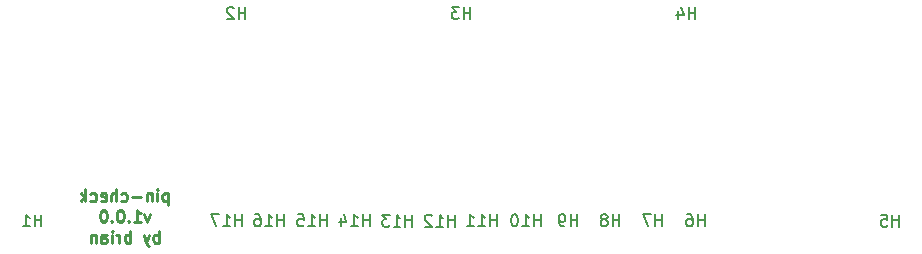
<source format=gbr>
%TF.GenerationSoftware,KiCad,Pcbnew,(5.1.6-0-10_14)*%
%TF.CreationDate,2020-07-26T16:45:55-04:00*%
%TF.ProjectId,pin-check,70696e2d-6368-4656-936b-2e6b69636164,v1.0.0*%
%TF.SameCoordinates,Original*%
%TF.FileFunction,Legend,Bot*%
%TF.FilePolarity,Positive*%
%FSLAX46Y46*%
G04 Gerber Fmt 4.6, Leading zero omitted, Abs format (unit mm)*
G04 Created by KiCad (PCBNEW (5.1.6-0-10_14)) date 2020-07-26 16:45:55*
%MOMM*%
%LPD*%
G01*
G04 APERTURE LIST*
%ADD10C,0.250000*%
%ADD11C,0.150000*%
G04 APERTURE END LIST*
D10*
X95816666Y-71559714D02*
X95816666Y-72559714D01*
X95816666Y-71607333D02*
X95721428Y-71559714D01*
X95530952Y-71559714D01*
X95435714Y-71607333D01*
X95388095Y-71654952D01*
X95340476Y-71750190D01*
X95340476Y-72035904D01*
X95388095Y-72131142D01*
X95435714Y-72178761D01*
X95530952Y-72226380D01*
X95721428Y-72226380D01*
X95816666Y-72178761D01*
X94911904Y-72226380D02*
X94911904Y-71559714D01*
X94911904Y-71226380D02*
X94959523Y-71274000D01*
X94911904Y-71321619D01*
X94864285Y-71274000D01*
X94911904Y-71226380D01*
X94911904Y-71321619D01*
X94435714Y-71559714D02*
X94435714Y-72226380D01*
X94435714Y-71654952D02*
X94388095Y-71607333D01*
X94292857Y-71559714D01*
X94150000Y-71559714D01*
X94054761Y-71607333D01*
X94007142Y-71702571D01*
X94007142Y-72226380D01*
X93530952Y-71845428D02*
X92769047Y-71845428D01*
X91864285Y-72178761D02*
X91959523Y-72226380D01*
X92150000Y-72226380D01*
X92245238Y-72178761D01*
X92292857Y-72131142D01*
X92340476Y-72035904D01*
X92340476Y-71750190D01*
X92292857Y-71654952D01*
X92245238Y-71607333D01*
X92150000Y-71559714D01*
X91959523Y-71559714D01*
X91864285Y-71607333D01*
X91435714Y-72226380D02*
X91435714Y-71226380D01*
X91007142Y-72226380D02*
X91007142Y-71702571D01*
X91054761Y-71607333D01*
X91150000Y-71559714D01*
X91292857Y-71559714D01*
X91388095Y-71607333D01*
X91435714Y-71654952D01*
X90150000Y-72178761D02*
X90245238Y-72226380D01*
X90435714Y-72226380D01*
X90530952Y-72178761D01*
X90578571Y-72083523D01*
X90578571Y-71702571D01*
X90530952Y-71607333D01*
X90435714Y-71559714D01*
X90245238Y-71559714D01*
X90150000Y-71607333D01*
X90102380Y-71702571D01*
X90102380Y-71797809D01*
X90578571Y-71893047D01*
X89245238Y-72178761D02*
X89340476Y-72226380D01*
X89530952Y-72226380D01*
X89626190Y-72178761D01*
X89673809Y-72131142D01*
X89721428Y-72035904D01*
X89721428Y-71750190D01*
X89673809Y-71654952D01*
X89626190Y-71607333D01*
X89530952Y-71559714D01*
X89340476Y-71559714D01*
X89245238Y-71607333D01*
X88816666Y-72226380D02*
X88816666Y-71226380D01*
X88721428Y-71845428D02*
X88435714Y-72226380D01*
X88435714Y-71559714D02*
X88816666Y-71940666D01*
X94292857Y-73309714D02*
X94054761Y-73976380D01*
X93816666Y-73309714D01*
X92911904Y-73976380D02*
X93483333Y-73976380D01*
X93197619Y-73976380D02*
X93197619Y-72976380D01*
X93292857Y-73119238D01*
X93388095Y-73214476D01*
X93483333Y-73262095D01*
X92483333Y-73881142D02*
X92435714Y-73928761D01*
X92483333Y-73976380D01*
X92530952Y-73928761D01*
X92483333Y-73881142D01*
X92483333Y-73976380D01*
X91816666Y-72976380D02*
X91721428Y-72976380D01*
X91626190Y-73024000D01*
X91578571Y-73071619D01*
X91530952Y-73166857D01*
X91483333Y-73357333D01*
X91483333Y-73595428D01*
X91530952Y-73785904D01*
X91578571Y-73881142D01*
X91626190Y-73928761D01*
X91721428Y-73976380D01*
X91816666Y-73976380D01*
X91911904Y-73928761D01*
X91959523Y-73881142D01*
X92007142Y-73785904D01*
X92054761Y-73595428D01*
X92054761Y-73357333D01*
X92007142Y-73166857D01*
X91959523Y-73071619D01*
X91911904Y-73024000D01*
X91816666Y-72976380D01*
X91054761Y-73881142D02*
X91007142Y-73928761D01*
X91054761Y-73976380D01*
X91102380Y-73928761D01*
X91054761Y-73881142D01*
X91054761Y-73976380D01*
X90388095Y-72976380D02*
X90292857Y-72976380D01*
X90197619Y-73024000D01*
X90150000Y-73071619D01*
X90102380Y-73166857D01*
X90054761Y-73357333D01*
X90054761Y-73595428D01*
X90102380Y-73785904D01*
X90150000Y-73881142D01*
X90197619Y-73928761D01*
X90292857Y-73976380D01*
X90388095Y-73976380D01*
X90483333Y-73928761D01*
X90530952Y-73881142D01*
X90578571Y-73785904D01*
X90626190Y-73595428D01*
X90626190Y-73357333D01*
X90578571Y-73166857D01*
X90530952Y-73071619D01*
X90483333Y-73024000D01*
X90388095Y-72976380D01*
X95030952Y-75726380D02*
X95030952Y-74726380D01*
X95030952Y-75107333D02*
X94935714Y-75059714D01*
X94745238Y-75059714D01*
X94650000Y-75107333D01*
X94602380Y-75154952D01*
X94554761Y-75250190D01*
X94554761Y-75535904D01*
X94602380Y-75631142D01*
X94650000Y-75678761D01*
X94745238Y-75726380D01*
X94935714Y-75726380D01*
X95030952Y-75678761D01*
X94221428Y-75059714D02*
X93983333Y-75726380D01*
X93745238Y-75059714D02*
X93983333Y-75726380D01*
X94078571Y-75964476D01*
X94126190Y-76012095D01*
X94221428Y-76059714D01*
X92602380Y-75726380D02*
X92602380Y-74726380D01*
X92602380Y-75107333D02*
X92507142Y-75059714D01*
X92316666Y-75059714D01*
X92221428Y-75107333D01*
X92173809Y-75154952D01*
X92126190Y-75250190D01*
X92126190Y-75535904D01*
X92173809Y-75631142D01*
X92221428Y-75678761D01*
X92316666Y-75726380D01*
X92507142Y-75726380D01*
X92602380Y-75678761D01*
X91697619Y-75726380D02*
X91697619Y-75059714D01*
X91697619Y-75250190D02*
X91650000Y-75154952D01*
X91602380Y-75107333D01*
X91507142Y-75059714D01*
X91411904Y-75059714D01*
X91078571Y-75726380D02*
X91078571Y-75059714D01*
X91078571Y-74726380D02*
X91126190Y-74774000D01*
X91078571Y-74821619D01*
X91030952Y-74774000D01*
X91078571Y-74726380D01*
X91078571Y-74821619D01*
X90173809Y-75726380D02*
X90173809Y-75202571D01*
X90221428Y-75107333D01*
X90316666Y-75059714D01*
X90507142Y-75059714D01*
X90602380Y-75107333D01*
X90173809Y-75678761D02*
X90269047Y-75726380D01*
X90507142Y-75726380D01*
X90602380Y-75678761D01*
X90650000Y-75583523D01*
X90650000Y-75488285D01*
X90602380Y-75393047D01*
X90507142Y-75345428D01*
X90269047Y-75345428D01*
X90173809Y-75297809D01*
X89697619Y-75059714D02*
X89697619Y-75726380D01*
X89697619Y-75154952D02*
X89650000Y-75107333D01*
X89554761Y-75059714D01*
X89411904Y-75059714D01*
X89316666Y-75107333D01*
X89269047Y-75202571D01*
X89269047Y-75726380D01*
%TO.C,H10*%
D11*
X127372695Y-74340980D02*
X127372695Y-73340980D01*
X127372695Y-73817171D02*
X126801266Y-73817171D01*
X126801266Y-74340980D02*
X126801266Y-73340980D01*
X125801266Y-74340980D02*
X126372695Y-74340980D01*
X126086980Y-74340980D02*
X126086980Y-73340980D01*
X126182219Y-73483838D01*
X126277457Y-73579076D01*
X126372695Y-73626695D01*
X125182219Y-73340980D02*
X125086980Y-73340980D01*
X124991742Y-73388600D01*
X124944123Y-73436219D01*
X124896504Y-73531457D01*
X124848885Y-73721933D01*
X124848885Y-73960028D01*
X124896504Y-74150504D01*
X124944123Y-74245742D01*
X124991742Y-74293361D01*
X125086980Y-74340980D01*
X125182219Y-74340980D01*
X125277457Y-74293361D01*
X125325076Y-74245742D01*
X125372695Y-74150504D01*
X125420314Y-73960028D01*
X125420314Y-73721933D01*
X125372695Y-73531457D01*
X125325076Y-73436219D01*
X125277457Y-73388600D01*
X125182219Y-73340980D01*
%TO.C,H9*%
X130459304Y-74340980D02*
X130459304Y-73340980D01*
X130459304Y-73817171D02*
X129887876Y-73817171D01*
X129887876Y-74340980D02*
X129887876Y-73340980D01*
X129364066Y-74340980D02*
X129173590Y-74340980D01*
X129078352Y-74293361D01*
X129030733Y-74245742D01*
X128935495Y-74102885D01*
X128887876Y-73912409D01*
X128887876Y-73531457D01*
X128935495Y-73436219D01*
X128983114Y-73388600D01*
X129078352Y-73340980D01*
X129268828Y-73340980D01*
X129364066Y-73388600D01*
X129411685Y-73436219D01*
X129459304Y-73531457D01*
X129459304Y-73769552D01*
X129411685Y-73864790D01*
X129364066Y-73912409D01*
X129268828Y-73960028D01*
X129078352Y-73960028D01*
X128983114Y-73912409D01*
X128935495Y-73864790D01*
X128887876Y-73769552D01*
%TO.C,H8*%
X134022104Y-74340980D02*
X134022104Y-73340980D01*
X134022104Y-73817171D02*
X133450676Y-73817171D01*
X133450676Y-74340980D02*
X133450676Y-73340980D01*
X132831628Y-73769552D02*
X132926866Y-73721933D01*
X132974485Y-73674314D01*
X133022104Y-73579076D01*
X133022104Y-73531457D01*
X132974485Y-73436219D01*
X132926866Y-73388600D01*
X132831628Y-73340980D01*
X132641152Y-73340980D01*
X132545914Y-73388600D01*
X132498295Y-73436219D01*
X132450676Y-73531457D01*
X132450676Y-73579076D01*
X132498295Y-73674314D01*
X132545914Y-73721933D01*
X132641152Y-73769552D01*
X132831628Y-73769552D01*
X132926866Y-73817171D01*
X132974485Y-73864790D01*
X133022104Y-73960028D01*
X133022104Y-74150504D01*
X132974485Y-74245742D01*
X132926866Y-74293361D01*
X132831628Y-74340980D01*
X132641152Y-74340980D01*
X132545914Y-74293361D01*
X132498295Y-74245742D01*
X132450676Y-74150504D01*
X132450676Y-73960028D01*
X132498295Y-73864790D01*
X132545914Y-73817171D01*
X132641152Y-73769552D01*
%TO.C,H7*%
X137642504Y-74340980D02*
X137642504Y-73340980D01*
X137642504Y-73817171D02*
X137071076Y-73817171D01*
X137071076Y-74340980D02*
X137071076Y-73340980D01*
X136690123Y-73340980D02*
X136023457Y-73340980D01*
X136452028Y-74340980D01*
%TO.C,H6*%
X141249304Y-74340980D02*
X141249304Y-73340980D01*
X141249304Y-73817171D02*
X140677876Y-73817171D01*
X140677876Y-74340980D02*
X140677876Y-73340980D01*
X139773114Y-73340980D02*
X139963590Y-73340980D01*
X140058828Y-73388600D01*
X140106447Y-73436219D01*
X140201685Y-73579076D01*
X140249304Y-73769552D01*
X140249304Y-74150504D01*
X140201685Y-74245742D01*
X140154066Y-74293361D01*
X140058828Y-74340980D01*
X139868352Y-74340980D01*
X139773114Y-74293361D01*
X139725495Y-74245742D01*
X139677876Y-74150504D01*
X139677876Y-73912409D01*
X139725495Y-73817171D01*
X139773114Y-73769552D01*
X139868352Y-73721933D01*
X140058828Y-73721933D01*
X140154066Y-73769552D01*
X140201685Y-73817171D01*
X140249304Y-73912409D01*
%TO.C,H11*%
X123647495Y-74340980D02*
X123647495Y-73340980D01*
X123647495Y-73817171D02*
X123076066Y-73817171D01*
X123076066Y-74340980D02*
X123076066Y-73340980D01*
X122076066Y-74340980D02*
X122647495Y-74340980D01*
X122361780Y-74340980D02*
X122361780Y-73340980D01*
X122457019Y-73483838D01*
X122552257Y-73579076D01*
X122647495Y-73626695D01*
X121123685Y-74340980D02*
X121695114Y-74340980D01*
X121409400Y-74340980D02*
X121409400Y-73340980D01*
X121504638Y-73483838D01*
X121599876Y-73579076D01*
X121695114Y-73626695D01*
%TO.C,H14*%
X112871095Y-74340980D02*
X112871095Y-73340980D01*
X112871095Y-73817171D02*
X112299666Y-73817171D01*
X112299666Y-74340980D02*
X112299666Y-73340980D01*
X111299666Y-74340980D02*
X111871095Y-74340980D01*
X111585380Y-74340980D02*
X111585380Y-73340980D01*
X111680619Y-73483838D01*
X111775857Y-73579076D01*
X111871095Y-73626695D01*
X110442523Y-73674314D02*
X110442523Y-74340980D01*
X110680619Y-73293361D02*
X110918714Y-74007647D01*
X110299666Y-74007647D01*
%TO.C,H15*%
X109264295Y-74340980D02*
X109264295Y-73340980D01*
X109264295Y-73817171D02*
X108692866Y-73817171D01*
X108692866Y-74340980D02*
X108692866Y-73340980D01*
X107692866Y-74340980D02*
X108264295Y-74340980D01*
X107978580Y-74340980D02*
X107978580Y-73340980D01*
X108073819Y-73483838D01*
X108169057Y-73579076D01*
X108264295Y-73626695D01*
X106788104Y-73340980D02*
X107264295Y-73340980D01*
X107311914Y-73817171D01*
X107264295Y-73769552D01*
X107169057Y-73721933D01*
X106930961Y-73721933D01*
X106835723Y-73769552D01*
X106788104Y-73817171D01*
X106740485Y-73912409D01*
X106740485Y-74150504D01*
X106788104Y-74245742D01*
X106835723Y-74293361D01*
X106930961Y-74340980D01*
X107169057Y-74340980D01*
X107264295Y-74293361D01*
X107311914Y-74245742D01*
%TO.C,H16*%
X105632095Y-74340980D02*
X105632095Y-73340980D01*
X105632095Y-73817171D02*
X105060666Y-73817171D01*
X105060666Y-74340980D02*
X105060666Y-73340980D01*
X104060666Y-74340980D02*
X104632095Y-74340980D01*
X104346380Y-74340980D02*
X104346380Y-73340980D01*
X104441619Y-73483838D01*
X104536857Y-73579076D01*
X104632095Y-73626695D01*
X103203523Y-73340980D02*
X103394000Y-73340980D01*
X103489238Y-73388600D01*
X103536857Y-73436219D01*
X103632095Y-73579076D01*
X103679714Y-73769552D01*
X103679714Y-74150504D01*
X103632095Y-74245742D01*
X103584476Y-74293361D01*
X103489238Y-74340980D01*
X103298761Y-74340980D01*
X103203523Y-74293361D01*
X103155904Y-74245742D01*
X103108285Y-74150504D01*
X103108285Y-73912409D01*
X103155904Y-73817171D01*
X103203523Y-73769552D01*
X103298761Y-73721933D01*
X103489238Y-73721933D01*
X103584476Y-73769552D01*
X103632095Y-73817171D01*
X103679714Y-73912409D01*
%TO.C,H17*%
X102050695Y-74340980D02*
X102050695Y-73340980D01*
X102050695Y-73817171D02*
X101479266Y-73817171D01*
X101479266Y-74340980D02*
X101479266Y-73340980D01*
X100479266Y-74340980D02*
X101050695Y-74340980D01*
X100764980Y-74340980D02*
X100764980Y-73340980D01*
X100860219Y-73483838D01*
X100955457Y-73579076D01*
X101050695Y-73626695D01*
X100145933Y-73340980D02*
X99479266Y-73340980D01*
X99907838Y-74340980D01*
%TO.C,H12*%
X120084695Y-74376980D02*
X120084695Y-73376980D01*
X120084695Y-73853171D02*
X119513266Y-73853171D01*
X119513266Y-74376980D02*
X119513266Y-73376980D01*
X118513266Y-74376980D02*
X119084695Y-74376980D01*
X118798980Y-74376980D02*
X118798980Y-73376980D01*
X118894219Y-73519838D01*
X118989457Y-73615076D01*
X119084695Y-73662695D01*
X118132314Y-73472219D02*
X118084695Y-73424600D01*
X117989457Y-73376980D01*
X117751361Y-73376980D01*
X117656123Y-73424600D01*
X117608504Y-73472219D01*
X117560885Y-73567457D01*
X117560885Y-73662695D01*
X117608504Y-73805552D01*
X118179933Y-74376980D01*
X117560885Y-74376980D01*
%TO.C,H13*%
X116477895Y-74376980D02*
X116477895Y-73376980D01*
X116477895Y-73853171D02*
X115906466Y-73853171D01*
X115906466Y-74376980D02*
X115906466Y-73376980D01*
X114906466Y-74376980D02*
X115477895Y-74376980D01*
X115192180Y-74376980D02*
X115192180Y-73376980D01*
X115287419Y-73519838D01*
X115382657Y-73615076D01*
X115477895Y-73662695D01*
X114573133Y-73376980D02*
X113954085Y-73376980D01*
X114287419Y-73757933D01*
X114144561Y-73757933D01*
X114049323Y-73805552D01*
X114001704Y-73853171D01*
X113954085Y-73948409D01*
X113954085Y-74186504D01*
X114001704Y-74281742D01*
X114049323Y-74329361D01*
X114144561Y-74376980D01*
X114430276Y-74376980D01*
X114525514Y-74329361D01*
X114573133Y-74281742D01*
%TO.C,H5*%
X157708504Y-74376980D02*
X157708504Y-73376980D01*
X157708504Y-73853171D02*
X157137076Y-73853171D01*
X157137076Y-74376980D02*
X157137076Y-73376980D01*
X156184695Y-73376980D02*
X156660885Y-73376980D01*
X156708504Y-73853171D01*
X156660885Y-73805552D01*
X156565647Y-73757933D01*
X156327552Y-73757933D01*
X156232314Y-73805552D01*
X156184695Y-73853171D01*
X156137076Y-73948409D01*
X156137076Y-74186504D01*
X156184695Y-74281742D01*
X156232314Y-74329361D01*
X156327552Y-74376980D01*
X156565647Y-74376980D01*
X156660885Y-74329361D01*
X156708504Y-74281742D01*
%TO.C,H4*%
X140461904Y-56800180D02*
X140461904Y-55800180D01*
X140461904Y-56276371D02*
X139890476Y-56276371D01*
X139890476Y-56800180D02*
X139890476Y-55800180D01*
X138985714Y-56133514D02*
X138985714Y-56800180D01*
X139223809Y-55752561D02*
X139461904Y-56466847D01*
X138842857Y-56466847D01*
%TO.C,H3*%
X121411904Y-56800180D02*
X121411904Y-55800180D01*
X121411904Y-56276371D02*
X120840476Y-56276371D01*
X120840476Y-56800180D02*
X120840476Y-55800180D01*
X120459523Y-55800180D02*
X119840476Y-55800180D01*
X120173809Y-56181133D01*
X120030952Y-56181133D01*
X119935714Y-56228752D01*
X119888095Y-56276371D01*
X119840476Y-56371609D01*
X119840476Y-56609704D01*
X119888095Y-56704942D01*
X119935714Y-56752561D01*
X120030952Y-56800180D01*
X120316666Y-56800180D01*
X120411904Y-56752561D01*
X120459523Y-56704942D01*
%TO.C,H2*%
X102361904Y-56800180D02*
X102361904Y-55800180D01*
X102361904Y-56276371D02*
X101790476Y-56276371D01*
X101790476Y-56800180D02*
X101790476Y-55800180D01*
X101361904Y-55895419D02*
X101314285Y-55847800D01*
X101219047Y-55800180D01*
X100980952Y-55800180D01*
X100885714Y-55847800D01*
X100838095Y-55895419D01*
X100790476Y-55990657D01*
X100790476Y-56085895D01*
X100838095Y-56228752D01*
X101409523Y-56800180D01*
X100790476Y-56800180D01*
%TO.C,H1*%
X85089904Y-74366380D02*
X85089904Y-73366380D01*
X85089904Y-73842571D02*
X84518476Y-73842571D01*
X84518476Y-74366380D02*
X84518476Y-73366380D01*
X83518476Y-74366380D02*
X84089904Y-74366380D01*
X83804190Y-74366380D02*
X83804190Y-73366380D01*
X83899428Y-73509238D01*
X83994666Y-73604476D01*
X84089904Y-73652095D01*
%TD*%
M02*

</source>
